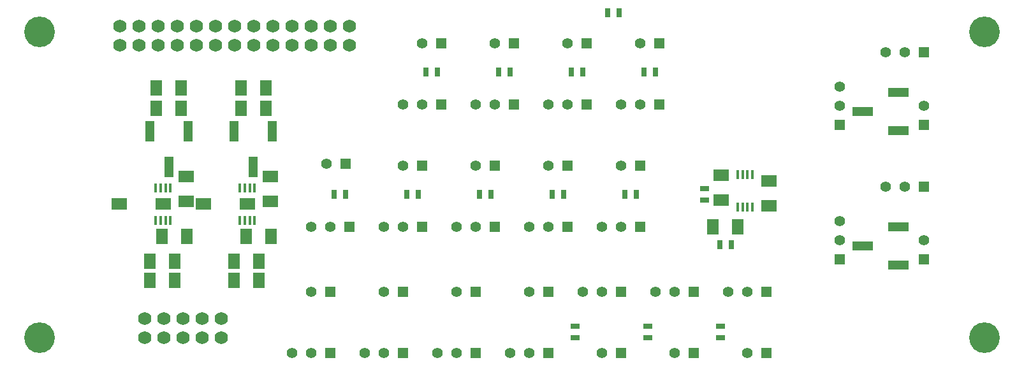
<source format=gts>
G04 (created by PCBNEW (2013-may-18)-stable) date 2014年05月12日 星期一 23时21分15秒*
%MOIN*%
G04 Gerber Fmt 3.4, Leading zero omitted, Abs format*
%FSLAX34Y34*%
G01*
G70*
G90*
G04 APERTURE LIST*
%ADD10C,0.00590551*%
%ADD11C,0.0693*%
%ADD12R,0.08X0.06*%
%ADD13R,0.06X0.08*%
%ADD14R,0.025X0.045*%
%ADD15R,0.045X0.025*%
%ADD16R,0.055X0.055*%
%ADD17C,0.055*%
%ADD18R,0.015X0.05*%
%ADD19R,0.0787402X0.0629921*%
%ADD20R,0.05X0.11*%
%ADD21R,0.11X0.05*%
%ADD22C,0.16*%
G04 APERTURE END LIST*
G54D10*
G54D11*
X38850Y-50225D03*
X38850Y-49225D03*
X39850Y-50225D03*
X39850Y-49225D03*
X40850Y-50225D03*
X40850Y-49225D03*
X41850Y-50225D03*
X41850Y-49225D03*
X42850Y-50225D03*
X42850Y-49225D03*
X49550Y-33925D03*
X49550Y-34925D03*
X46550Y-33925D03*
X46550Y-34925D03*
X45550Y-33925D03*
X45550Y-34925D03*
X37550Y-34925D03*
X37550Y-33925D03*
X38550Y-34925D03*
X38550Y-33925D03*
X39550Y-34925D03*
X39550Y-33925D03*
X40550Y-34925D03*
X40550Y-33925D03*
X41550Y-34925D03*
X41550Y-33925D03*
X42550Y-34925D03*
X42550Y-33925D03*
X43550Y-34925D03*
X43550Y-33925D03*
X44550Y-34925D03*
X44550Y-33925D03*
X47550Y-34925D03*
X47550Y-33925D03*
X48550Y-34925D03*
X48550Y-33925D03*
G54D12*
X71475Y-42025D03*
X71475Y-43325D03*
X68975Y-41725D03*
X68975Y-43025D03*
G54D13*
X69825Y-44425D03*
X68525Y-44425D03*
G54D12*
X41000Y-43075D03*
X41000Y-41775D03*
G54D13*
X39750Y-44925D03*
X41050Y-44925D03*
G54D12*
X45400Y-43075D03*
X45400Y-41775D03*
G54D13*
X44150Y-44925D03*
X45450Y-44925D03*
X39450Y-38225D03*
X40750Y-38225D03*
X45174Y-37150D03*
X43874Y-37150D03*
X39450Y-37150D03*
X40750Y-37150D03*
X45174Y-38225D03*
X43874Y-38225D03*
X40400Y-47225D03*
X39100Y-47225D03*
X43500Y-47225D03*
X44800Y-47225D03*
X40400Y-46225D03*
X39100Y-46225D03*
X43500Y-46225D03*
X44800Y-46225D03*
G54D14*
X63950Y-42725D03*
X64550Y-42725D03*
X48750Y-42725D03*
X49350Y-42725D03*
X52550Y-42725D03*
X53150Y-42725D03*
X56350Y-42725D03*
X56950Y-42725D03*
X60150Y-42725D03*
X60750Y-42725D03*
X53550Y-36325D03*
X54150Y-36325D03*
X57350Y-36325D03*
X57950Y-36325D03*
X61150Y-36325D03*
X61750Y-36325D03*
X64950Y-36325D03*
X65550Y-36325D03*
G54D15*
X61350Y-50225D03*
X61350Y-49625D03*
G54D14*
X63650Y-33225D03*
X63050Y-33225D03*
X68900Y-45350D03*
X69500Y-45350D03*
G54D15*
X68100Y-42425D03*
X68100Y-43025D03*
X65150Y-50225D03*
X65150Y-49625D03*
X68950Y-50225D03*
X68950Y-49625D03*
G54D16*
X59950Y-51025D03*
G54D17*
X58950Y-51025D03*
X57950Y-51025D03*
G54D16*
X57150Y-44425D03*
G54D17*
X56150Y-44425D03*
X55150Y-44425D03*
G54D16*
X63750Y-47825D03*
G54D17*
X62750Y-47825D03*
X61750Y-47825D03*
G54D16*
X56150Y-51025D03*
G54D17*
X55150Y-51025D03*
X54150Y-51025D03*
G54D16*
X67550Y-47825D03*
G54D17*
X66550Y-47825D03*
X65550Y-47825D03*
G54D16*
X71350Y-47825D03*
G54D17*
X70350Y-47825D03*
X69350Y-47825D03*
G54D16*
X52350Y-51025D03*
G54D17*
X51350Y-51025D03*
X50350Y-51025D03*
G54D16*
X54350Y-38025D03*
G54D17*
X53350Y-38025D03*
X52350Y-38025D03*
G54D16*
X49550Y-44425D03*
G54D17*
X48550Y-44425D03*
X47550Y-44425D03*
G54D16*
X60950Y-44425D03*
G54D17*
X59950Y-44425D03*
X58950Y-44425D03*
G54D16*
X53350Y-44425D03*
G54D17*
X52350Y-44425D03*
X51350Y-44425D03*
G54D16*
X58150Y-38025D03*
G54D17*
X57150Y-38025D03*
X56150Y-38025D03*
G54D16*
X61950Y-38025D03*
G54D17*
X60950Y-38025D03*
X59950Y-38025D03*
G54D16*
X79575Y-42325D03*
G54D17*
X78575Y-42325D03*
X77575Y-42325D03*
G54D16*
X65750Y-38025D03*
G54D17*
X64750Y-38025D03*
X63750Y-38025D03*
G54D16*
X75175Y-46125D03*
G54D17*
X75175Y-45125D03*
X75175Y-44125D03*
G54D16*
X79575Y-35275D03*
G54D17*
X78575Y-35275D03*
X77575Y-35275D03*
G54D16*
X64750Y-44425D03*
G54D17*
X63750Y-44425D03*
X62750Y-44425D03*
G54D16*
X75175Y-39075D03*
G54D17*
X75175Y-38075D03*
X75175Y-37075D03*
G54D16*
X48550Y-51025D03*
G54D17*
X47550Y-51025D03*
X46550Y-51025D03*
G54D16*
X64750Y-41225D03*
G54D17*
X63750Y-41225D03*
G54D16*
X49350Y-41125D03*
G54D17*
X48350Y-41125D03*
G54D16*
X65750Y-34825D03*
G54D17*
X64750Y-34825D03*
G54D16*
X60950Y-41225D03*
G54D17*
X59950Y-41225D03*
G54D16*
X53350Y-41225D03*
G54D17*
X52350Y-41225D03*
G54D16*
X61950Y-34825D03*
G54D17*
X60950Y-34825D03*
G54D16*
X57150Y-41225D03*
G54D17*
X56150Y-41225D03*
G54D16*
X48550Y-47825D03*
G54D17*
X47550Y-47825D03*
G54D16*
X71350Y-51025D03*
G54D17*
X70350Y-51025D03*
G54D16*
X54350Y-34825D03*
G54D17*
X53350Y-34825D03*
G54D16*
X79575Y-46125D03*
G54D17*
X79575Y-45125D03*
G54D16*
X58150Y-34825D03*
G54D17*
X57150Y-34825D03*
G54D16*
X67550Y-51025D03*
G54D17*
X66550Y-51025D03*
G54D16*
X52350Y-47825D03*
G54D17*
X51350Y-47825D03*
G54D16*
X56150Y-47825D03*
G54D17*
X55150Y-47825D03*
G54D16*
X79575Y-39075D03*
G54D17*
X79575Y-38075D03*
G54D16*
X59950Y-47825D03*
G54D17*
X58950Y-47825D03*
G54D16*
X63750Y-51025D03*
G54D17*
X62750Y-51025D03*
G54D18*
X69840Y-43375D03*
X70096Y-43375D03*
X70352Y-43375D03*
X70608Y-43375D03*
X70608Y-41675D03*
X70352Y-41675D03*
X70096Y-41675D03*
X69840Y-41675D03*
X44584Y-42375D03*
X44328Y-42375D03*
X44072Y-42375D03*
X43816Y-42375D03*
X43816Y-44075D03*
X44072Y-44075D03*
X44328Y-44075D03*
X44584Y-44075D03*
G54D19*
X44200Y-43225D03*
G54D18*
X40184Y-42375D03*
X39928Y-42375D03*
X39672Y-42375D03*
X39416Y-42375D03*
X39416Y-44075D03*
X39672Y-44075D03*
X39928Y-44075D03*
X40184Y-44075D03*
G54D19*
X39800Y-43225D03*
X37500Y-43225D03*
X41924Y-43225D03*
G54D20*
X44500Y-41275D03*
X45500Y-39425D03*
X43500Y-39425D03*
G54D21*
X76375Y-45425D03*
X78225Y-46425D03*
X78225Y-44425D03*
X76375Y-38375D03*
X78225Y-39375D03*
X78225Y-37375D03*
G54D20*
X40100Y-41275D03*
X41100Y-39425D03*
X39100Y-39425D03*
G54D22*
X33350Y-50225D03*
X33350Y-34225D03*
X82750Y-34225D03*
X82750Y-50225D03*
M02*

</source>
